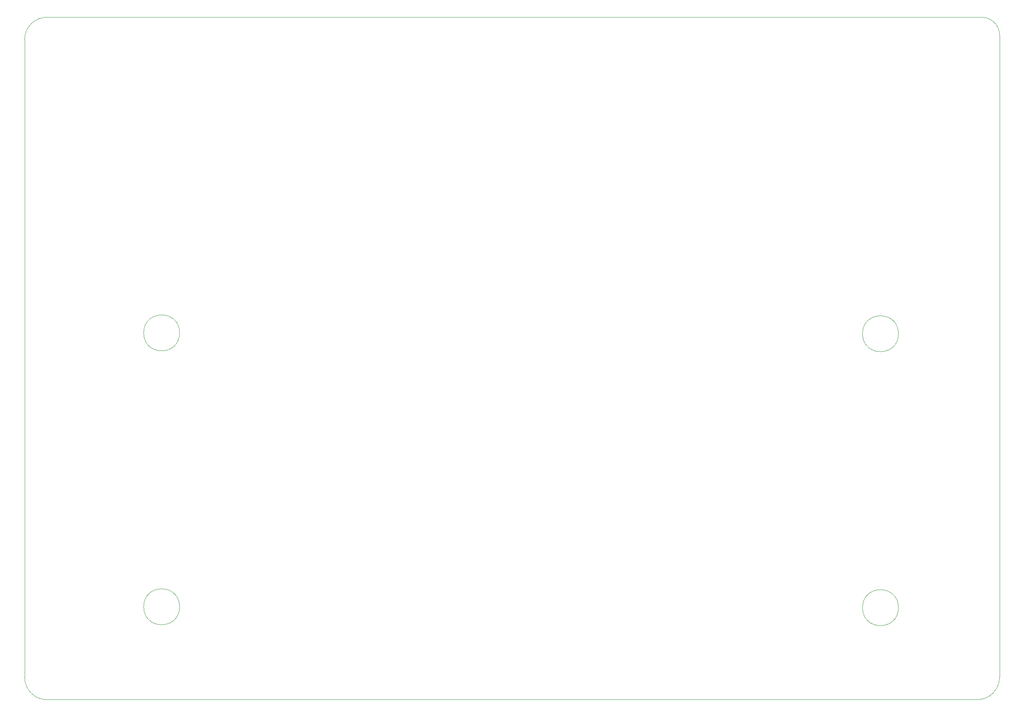
<source format=gm1>
G04 #@! TF.GenerationSoftware,KiCad,Pcbnew,6.0.7-f9a2dced07~116~ubuntu22.04.1*
G04 #@! TF.CreationDate,2022-08-10T15:47:32+03:00*
G04 #@! TF.ProjectId,Wirebonder,57697265-626f-46e6-9465-722e6b696361,rev?*
G04 #@! TF.SameCoordinates,Original*
G04 #@! TF.FileFunction,Profile,NP*
%FSLAX46Y46*%
G04 Gerber Fmt 4.6, Leading zero omitted, Abs format (unit mm)*
G04 Created by KiCad (PCBNEW 6.0.7-f9a2dced07~116~ubuntu22.04.1) date 2022-08-10 15:47:32*
%MOMM*%
%LPD*%
G01*
G04 APERTURE LIST*
G04 #@! TA.AperFunction,Profile*
%ADD10C,0.100000*%
G04 #@! TD*
G04 APERTURE END LIST*
D10*
X248000000Y-13000000D02*
X40000000Y-13000000D01*
X69500000Y-144310000D02*
G75*
G03*
X69500000Y-144310000I-4000000J0D01*
G01*
X252000000Y-17000000D02*
G75*
G03*
X248000000Y-13000000I-4000000J0D01*
G01*
X69500000Y-83310000D02*
G75*
G03*
X69500000Y-83310000I-4000000J0D01*
G01*
X35000000Y-160000000D02*
G75*
G03*
X40000000Y-165000000I5000000J0D01*
G01*
X247000000Y-165000000D02*
X40000000Y-165000000D01*
X252000000Y-160000000D02*
X252000000Y-17000000D01*
X35000000Y-160000000D02*
X35000000Y-18000000D01*
X229500000Y-144500000D02*
G75*
G03*
X229500000Y-144500000I-4000000J0D01*
G01*
X40000000Y-13000000D02*
G75*
G03*
X35000000Y-18000000I0J-5000000D01*
G01*
X247000000Y-165000000D02*
G75*
G03*
X252000000Y-160000000I0J5000000D01*
G01*
X229500000Y-83500000D02*
G75*
G03*
X229500000Y-83500000I-4000000J0D01*
G01*
M02*

</source>
